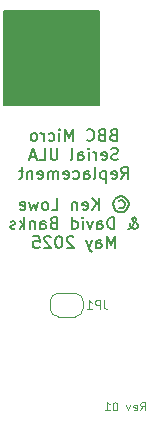
<source format=gbr>
%TF.GenerationSoftware,KiCad,Pcbnew,9.0.1*%
%TF.CreationDate,2025-05-01T11:14:46+01:00*%
%TF.ProjectId,SerialULA,53657269-616c-4554-9c41-2e6b69636164,01*%
%TF.SameCoordinates,Original*%
%TF.FileFunction,Legend,Bot*%
%TF.FilePolarity,Positive*%
%FSLAX46Y46*%
G04 Gerber Fmt 4.6, Leading zero omitted, Abs format (unit mm)*
G04 Created by KiCad (PCBNEW 9.0.1) date 2025-05-01 11:14:46*
%MOMM*%
%LPD*%
G01*
G04 APERTURE LIST*
%ADD10C,0.150000*%
%ADD11C,0.100000*%
%ADD12C,0.120000*%
G04 APERTURE END LIST*
D10*
X79698000Y-39746000D02*
X87698000Y-39746000D01*
X87698000Y-47746000D01*
X79698000Y-47746000D01*
X79698000Y-39746000D01*
G36*
X79698000Y-39746000D02*
G01*
X87698000Y-39746000D01*
X87698000Y-47746000D01*
X79698000Y-47746000D01*
X79698000Y-39746000D01*
G37*
D11*
X91193544Y-73564133D02*
X91426877Y-73230800D01*
X91593544Y-73564133D02*
X91593544Y-72864133D01*
X91593544Y-72864133D02*
X91326877Y-72864133D01*
X91326877Y-72864133D02*
X91260211Y-72897466D01*
X91260211Y-72897466D02*
X91226877Y-72930800D01*
X91226877Y-72930800D02*
X91193544Y-72997466D01*
X91193544Y-72997466D02*
X91193544Y-73097466D01*
X91193544Y-73097466D02*
X91226877Y-73164133D01*
X91226877Y-73164133D02*
X91260211Y-73197466D01*
X91260211Y-73197466D02*
X91326877Y-73230800D01*
X91326877Y-73230800D02*
X91593544Y-73230800D01*
X90626877Y-73530800D02*
X90693544Y-73564133D01*
X90693544Y-73564133D02*
X90826877Y-73564133D01*
X90826877Y-73564133D02*
X90893544Y-73530800D01*
X90893544Y-73530800D02*
X90926877Y-73464133D01*
X90926877Y-73464133D02*
X90926877Y-73197466D01*
X90926877Y-73197466D02*
X90893544Y-73130800D01*
X90893544Y-73130800D02*
X90826877Y-73097466D01*
X90826877Y-73097466D02*
X90693544Y-73097466D01*
X90693544Y-73097466D02*
X90626877Y-73130800D01*
X90626877Y-73130800D02*
X90593544Y-73197466D01*
X90593544Y-73197466D02*
X90593544Y-73264133D01*
X90593544Y-73264133D02*
X90926877Y-73330800D01*
X90360211Y-73097466D02*
X90193544Y-73564133D01*
X90193544Y-73564133D02*
X90026877Y-73097466D01*
X89093545Y-72864133D02*
X89026878Y-72864133D01*
X89026878Y-72864133D02*
X88960211Y-72897466D01*
X88960211Y-72897466D02*
X88926878Y-72930800D01*
X88926878Y-72930800D02*
X88893545Y-72997466D01*
X88893545Y-72997466D02*
X88860211Y-73130800D01*
X88860211Y-73130800D02*
X88860211Y-73297466D01*
X88860211Y-73297466D02*
X88893545Y-73430800D01*
X88893545Y-73430800D02*
X88926878Y-73497466D01*
X88926878Y-73497466D02*
X88960211Y-73530800D01*
X88960211Y-73530800D02*
X89026878Y-73564133D01*
X89026878Y-73564133D02*
X89093545Y-73564133D01*
X89093545Y-73564133D02*
X89160211Y-73530800D01*
X89160211Y-73530800D02*
X89193545Y-73497466D01*
X89193545Y-73497466D02*
X89226878Y-73430800D01*
X89226878Y-73430800D02*
X89260211Y-73297466D01*
X89260211Y-73297466D02*
X89260211Y-73130800D01*
X89260211Y-73130800D02*
X89226878Y-72997466D01*
X89226878Y-72997466D02*
X89193545Y-72930800D01*
X89193545Y-72930800D02*
X89160211Y-72897466D01*
X89160211Y-72897466D02*
X89093545Y-72864133D01*
X88193544Y-73564133D02*
X88593544Y-73564133D01*
X88393544Y-73564133D02*
X88393544Y-72864133D01*
X88393544Y-72864133D02*
X88460211Y-72964133D01*
X88460211Y-72964133D02*
X88526878Y-73030800D01*
X88526878Y-73030800D02*
X88593544Y-73064133D01*
D10*
X89364904Y-55827026D02*
X89460143Y-55779407D01*
X89460143Y-55779407D02*
X89650619Y-55779407D01*
X89650619Y-55779407D02*
X89745857Y-55827026D01*
X89745857Y-55827026D02*
X89841095Y-55922264D01*
X89841095Y-55922264D02*
X89888714Y-56017502D01*
X89888714Y-56017502D02*
X89888714Y-56207978D01*
X89888714Y-56207978D02*
X89841095Y-56303216D01*
X89841095Y-56303216D02*
X89745857Y-56398454D01*
X89745857Y-56398454D02*
X89650619Y-56446073D01*
X89650619Y-56446073D02*
X89460143Y-56446073D01*
X89460143Y-56446073D02*
X89364904Y-56398454D01*
X89555381Y-55446073D02*
X89793476Y-55493692D01*
X89793476Y-55493692D02*
X90031571Y-55636550D01*
X90031571Y-55636550D02*
X90174428Y-55874645D01*
X90174428Y-55874645D02*
X90222047Y-56112740D01*
X90222047Y-56112740D02*
X90174428Y-56350835D01*
X90174428Y-56350835D02*
X90031571Y-56588931D01*
X90031571Y-56588931D02*
X89793476Y-56731788D01*
X89793476Y-56731788D02*
X89555381Y-56779407D01*
X89555381Y-56779407D02*
X89317285Y-56731788D01*
X89317285Y-56731788D02*
X89079190Y-56588931D01*
X89079190Y-56588931D02*
X88936333Y-56350835D01*
X88936333Y-56350835D02*
X88888714Y-56112740D01*
X88888714Y-56112740D02*
X88936333Y-55874645D01*
X88936333Y-55874645D02*
X89079190Y-55636550D01*
X89079190Y-55636550D02*
X89317285Y-55493692D01*
X89317285Y-55493692D02*
X89555381Y-55446073D01*
X87698237Y-56588931D02*
X87698237Y-55588931D01*
X87126809Y-56588931D02*
X87555380Y-56017502D01*
X87126809Y-55588931D02*
X87698237Y-56160359D01*
X86317285Y-56541312D02*
X86412523Y-56588931D01*
X86412523Y-56588931D02*
X86602999Y-56588931D01*
X86602999Y-56588931D02*
X86698237Y-56541312D01*
X86698237Y-56541312D02*
X86745856Y-56446073D01*
X86745856Y-56446073D02*
X86745856Y-56065121D01*
X86745856Y-56065121D02*
X86698237Y-55969883D01*
X86698237Y-55969883D02*
X86602999Y-55922264D01*
X86602999Y-55922264D02*
X86412523Y-55922264D01*
X86412523Y-55922264D02*
X86317285Y-55969883D01*
X86317285Y-55969883D02*
X86269666Y-56065121D01*
X86269666Y-56065121D02*
X86269666Y-56160359D01*
X86269666Y-56160359D02*
X86745856Y-56255597D01*
X85841094Y-55922264D02*
X85841094Y-56588931D01*
X85841094Y-56017502D02*
X85793475Y-55969883D01*
X85793475Y-55969883D02*
X85698237Y-55922264D01*
X85698237Y-55922264D02*
X85555380Y-55922264D01*
X85555380Y-55922264D02*
X85460142Y-55969883D01*
X85460142Y-55969883D02*
X85412523Y-56065121D01*
X85412523Y-56065121D02*
X85412523Y-56588931D01*
X83698237Y-56588931D02*
X84174427Y-56588931D01*
X84174427Y-56588931D02*
X84174427Y-55588931D01*
X83222046Y-56588931D02*
X83317284Y-56541312D01*
X83317284Y-56541312D02*
X83364903Y-56493692D01*
X83364903Y-56493692D02*
X83412522Y-56398454D01*
X83412522Y-56398454D02*
X83412522Y-56112740D01*
X83412522Y-56112740D02*
X83364903Y-56017502D01*
X83364903Y-56017502D02*
X83317284Y-55969883D01*
X83317284Y-55969883D02*
X83222046Y-55922264D01*
X83222046Y-55922264D02*
X83079189Y-55922264D01*
X83079189Y-55922264D02*
X82983951Y-55969883D01*
X82983951Y-55969883D02*
X82936332Y-56017502D01*
X82936332Y-56017502D02*
X82888713Y-56112740D01*
X82888713Y-56112740D02*
X82888713Y-56398454D01*
X82888713Y-56398454D02*
X82936332Y-56493692D01*
X82936332Y-56493692D02*
X82983951Y-56541312D01*
X82983951Y-56541312D02*
X83079189Y-56588931D01*
X83079189Y-56588931D02*
X83222046Y-56588931D01*
X82555379Y-55922264D02*
X82364903Y-56588931D01*
X82364903Y-56588931D02*
X82174427Y-56112740D01*
X82174427Y-56112740D02*
X81983951Y-56588931D01*
X81983951Y-56588931D02*
X81793475Y-55922264D01*
X81031570Y-56541312D02*
X81126808Y-56588931D01*
X81126808Y-56588931D02*
X81317284Y-56588931D01*
X81317284Y-56588931D02*
X81412522Y-56541312D01*
X81412522Y-56541312D02*
X81460141Y-56446073D01*
X81460141Y-56446073D02*
X81460141Y-56065121D01*
X81460141Y-56065121D02*
X81412522Y-55969883D01*
X81412522Y-55969883D02*
X81317284Y-55922264D01*
X81317284Y-55922264D02*
X81126808Y-55922264D01*
X81126808Y-55922264D02*
X81031570Y-55969883D01*
X81031570Y-55969883D02*
X80983951Y-56065121D01*
X80983951Y-56065121D02*
X80983951Y-56160359D01*
X80983951Y-56160359D02*
X81460141Y-56255597D01*
X90174428Y-58198875D02*
X90222048Y-58198875D01*
X90222048Y-58198875D02*
X90317286Y-58151256D01*
X90317286Y-58151256D02*
X90460143Y-58008398D01*
X90460143Y-58008398D02*
X90698238Y-57722684D01*
X90698238Y-57722684D02*
X90793476Y-57579827D01*
X90793476Y-57579827D02*
X90841095Y-57436970D01*
X90841095Y-57436970D02*
X90841095Y-57341732D01*
X90841095Y-57341732D02*
X90793476Y-57246494D01*
X90793476Y-57246494D02*
X90698238Y-57198875D01*
X90698238Y-57198875D02*
X90650619Y-57198875D01*
X90650619Y-57198875D02*
X90555381Y-57246494D01*
X90555381Y-57246494D02*
X90507762Y-57341732D01*
X90507762Y-57341732D02*
X90507762Y-57389351D01*
X90507762Y-57389351D02*
X90555381Y-57484589D01*
X90555381Y-57484589D02*
X90603000Y-57532208D01*
X90603000Y-57532208D02*
X90888714Y-57722684D01*
X90888714Y-57722684D02*
X90936333Y-57770303D01*
X90936333Y-57770303D02*
X90983952Y-57865541D01*
X90983952Y-57865541D02*
X90983952Y-58008398D01*
X90983952Y-58008398D02*
X90936333Y-58103636D01*
X90936333Y-58103636D02*
X90888714Y-58151256D01*
X90888714Y-58151256D02*
X90793476Y-58198875D01*
X90793476Y-58198875D02*
X90650619Y-58198875D01*
X90650619Y-58198875D02*
X90555381Y-58151256D01*
X90555381Y-58151256D02*
X90507762Y-58103636D01*
X90507762Y-58103636D02*
X90364905Y-57913160D01*
X90364905Y-57913160D02*
X90317286Y-57770303D01*
X90317286Y-57770303D02*
X90317286Y-57675065D01*
X88983952Y-58198875D02*
X88983952Y-57198875D01*
X88983952Y-57198875D02*
X88745857Y-57198875D01*
X88745857Y-57198875D02*
X88603000Y-57246494D01*
X88603000Y-57246494D02*
X88507762Y-57341732D01*
X88507762Y-57341732D02*
X88460143Y-57436970D01*
X88460143Y-57436970D02*
X88412524Y-57627446D01*
X88412524Y-57627446D02*
X88412524Y-57770303D01*
X88412524Y-57770303D02*
X88460143Y-57960779D01*
X88460143Y-57960779D02*
X88507762Y-58056017D01*
X88507762Y-58056017D02*
X88603000Y-58151256D01*
X88603000Y-58151256D02*
X88745857Y-58198875D01*
X88745857Y-58198875D02*
X88983952Y-58198875D01*
X87555381Y-58198875D02*
X87555381Y-57675065D01*
X87555381Y-57675065D02*
X87603000Y-57579827D01*
X87603000Y-57579827D02*
X87698238Y-57532208D01*
X87698238Y-57532208D02*
X87888714Y-57532208D01*
X87888714Y-57532208D02*
X87983952Y-57579827D01*
X87555381Y-58151256D02*
X87650619Y-58198875D01*
X87650619Y-58198875D02*
X87888714Y-58198875D01*
X87888714Y-58198875D02*
X87983952Y-58151256D01*
X87983952Y-58151256D02*
X88031571Y-58056017D01*
X88031571Y-58056017D02*
X88031571Y-57960779D01*
X88031571Y-57960779D02*
X87983952Y-57865541D01*
X87983952Y-57865541D02*
X87888714Y-57817922D01*
X87888714Y-57817922D02*
X87650619Y-57817922D01*
X87650619Y-57817922D02*
X87555381Y-57770303D01*
X87174428Y-57532208D02*
X86936333Y-58198875D01*
X86936333Y-58198875D02*
X86698238Y-57532208D01*
X86317285Y-58198875D02*
X86317285Y-57532208D01*
X86317285Y-57198875D02*
X86364904Y-57246494D01*
X86364904Y-57246494D02*
X86317285Y-57294113D01*
X86317285Y-57294113D02*
X86269666Y-57246494D01*
X86269666Y-57246494D02*
X86317285Y-57198875D01*
X86317285Y-57198875D02*
X86317285Y-57294113D01*
X85412524Y-58198875D02*
X85412524Y-57198875D01*
X85412524Y-58151256D02*
X85507762Y-58198875D01*
X85507762Y-58198875D02*
X85698238Y-58198875D01*
X85698238Y-58198875D02*
X85793476Y-58151256D01*
X85793476Y-58151256D02*
X85841095Y-58103636D01*
X85841095Y-58103636D02*
X85888714Y-58008398D01*
X85888714Y-58008398D02*
X85888714Y-57722684D01*
X85888714Y-57722684D02*
X85841095Y-57627446D01*
X85841095Y-57627446D02*
X85793476Y-57579827D01*
X85793476Y-57579827D02*
X85698238Y-57532208D01*
X85698238Y-57532208D02*
X85507762Y-57532208D01*
X85507762Y-57532208D02*
X85412524Y-57579827D01*
X83841095Y-57675065D02*
X83698238Y-57722684D01*
X83698238Y-57722684D02*
X83650619Y-57770303D01*
X83650619Y-57770303D02*
X83603000Y-57865541D01*
X83603000Y-57865541D02*
X83603000Y-58008398D01*
X83603000Y-58008398D02*
X83650619Y-58103636D01*
X83650619Y-58103636D02*
X83698238Y-58151256D01*
X83698238Y-58151256D02*
X83793476Y-58198875D01*
X83793476Y-58198875D02*
X84174428Y-58198875D01*
X84174428Y-58198875D02*
X84174428Y-57198875D01*
X84174428Y-57198875D02*
X83841095Y-57198875D01*
X83841095Y-57198875D02*
X83745857Y-57246494D01*
X83745857Y-57246494D02*
X83698238Y-57294113D01*
X83698238Y-57294113D02*
X83650619Y-57389351D01*
X83650619Y-57389351D02*
X83650619Y-57484589D01*
X83650619Y-57484589D02*
X83698238Y-57579827D01*
X83698238Y-57579827D02*
X83745857Y-57627446D01*
X83745857Y-57627446D02*
X83841095Y-57675065D01*
X83841095Y-57675065D02*
X84174428Y-57675065D01*
X82745857Y-58198875D02*
X82745857Y-57675065D01*
X82745857Y-57675065D02*
X82793476Y-57579827D01*
X82793476Y-57579827D02*
X82888714Y-57532208D01*
X82888714Y-57532208D02*
X83079190Y-57532208D01*
X83079190Y-57532208D02*
X83174428Y-57579827D01*
X82745857Y-58151256D02*
X82841095Y-58198875D01*
X82841095Y-58198875D02*
X83079190Y-58198875D01*
X83079190Y-58198875D02*
X83174428Y-58151256D01*
X83174428Y-58151256D02*
X83222047Y-58056017D01*
X83222047Y-58056017D02*
X83222047Y-57960779D01*
X83222047Y-57960779D02*
X83174428Y-57865541D01*
X83174428Y-57865541D02*
X83079190Y-57817922D01*
X83079190Y-57817922D02*
X82841095Y-57817922D01*
X82841095Y-57817922D02*
X82745857Y-57770303D01*
X82269666Y-57532208D02*
X82269666Y-58198875D01*
X82269666Y-57627446D02*
X82222047Y-57579827D01*
X82222047Y-57579827D02*
X82126809Y-57532208D01*
X82126809Y-57532208D02*
X81983952Y-57532208D01*
X81983952Y-57532208D02*
X81888714Y-57579827D01*
X81888714Y-57579827D02*
X81841095Y-57675065D01*
X81841095Y-57675065D02*
X81841095Y-58198875D01*
X81364904Y-58198875D02*
X81364904Y-57198875D01*
X81269666Y-57817922D02*
X80983952Y-58198875D01*
X80983952Y-57532208D02*
X81364904Y-57913160D01*
X80602999Y-58151256D02*
X80507761Y-58198875D01*
X80507761Y-58198875D02*
X80317285Y-58198875D01*
X80317285Y-58198875D02*
X80222047Y-58151256D01*
X80222047Y-58151256D02*
X80174428Y-58056017D01*
X80174428Y-58056017D02*
X80174428Y-58008398D01*
X80174428Y-58008398D02*
X80222047Y-57913160D01*
X80222047Y-57913160D02*
X80317285Y-57865541D01*
X80317285Y-57865541D02*
X80460142Y-57865541D01*
X80460142Y-57865541D02*
X80555380Y-57817922D01*
X80555380Y-57817922D02*
X80602999Y-57722684D01*
X80602999Y-57722684D02*
X80602999Y-57675065D01*
X80602999Y-57675065D02*
X80555380Y-57579827D01*
X80555380Y-57579827D02*
X80460142Y-57532208D01*
X80460142Y-57532208D02*
X80317285Y-57532208D01*
X80317285Y-57532208D02*
X80222047Y-57579827D01*
X89055380Y-59808819D02*
X89055380Y-58808819D01*
X89055380Y-58808819D02*
X88722047Y-59523104D01*
X88722047Y-59523104D02*
X88388714Y-58808819D01*
X88388714Y-58808819D02*
X88388714Y-59808819D01*
X87483952Y-59808819D02*
X87483952Y-59285009D01*
X87483952Y-59285009D02*
X87531571Y-59189771D01*
X87531571Y-59189771D02*
X87626809Y-59142152D01*
X87626809Y-59142152D02*
X87817285Y-59142152D01*
X87817285Y-59142152D02*
X87912523Y-59189771D01*
X87483952Y-59761200D02*
X87579190Y-59808819D01*
X87579190Y-59808819D02*
X87817285Y-59808819D01*
X87817285Y-59808819D02*
X87912523Y-59761200D01*
X87912523Y-59761200D02*
X87960142Y-59665961D01*
X87960142Y-59665961D02*
X87960142Y-59570723D01*
X87960142Y-59570723D02*
X87912523Y-59475485D01*
X87912523Y-59475485D02*
X87817285Y-59427866D01*
X87817285Y-59427866D02*
X87579190Y-59427866D01*
X87579190Y-59427866D02*
X87483952Y-59380247D01*
X87102999Y-59142152D02*
X86864904Y-59808819D01*
X86626809Y-59142152D02*
X86864904Y-59808819D01*
X86864904Y-59808819D02*
X86960142Y-60046914D01*
X86960142Y-60046914D02*
X87007761Y-60094533D01*
X87007761Y-60094533D02*
X87102999Y-60142152D01*
X85531570Y-58904057D02*
X85483951Y-58856438D01*
X85483951Y-58856438D02*
X85388713Y-58808819D01*
X85388713Y-58808819D02*
X85150618Y-58808819D01*
X85150618Y-58808819D02*
X85055380Y-58856438D01*
X85055380Y-58856438D02*
X85007761Y-58904057D01*
X85007761Y-58904057D02*
X84960142Y-58999295D01*
X84960142Y-58999295D02*
X84960142Y-59094533D01*
X84960142Y-59094533D02*
X85007761Y-59237390D01*
X85007761Y-59237390D02*
X85579189Y-59808819D01*
X85579189Y-59808819D02*
X84960142Y-59808819D01*
X84341094Y-58808819D02*
X84245856Y-58808819D01*
X84245856Y-58808819D02*
X84150618Y-58856438D01*
X84150618Y-58856438D02*
X84102999Y-58904057D01*
X84102999Y-58904057D02*
X84055380Y-58999295D01*
X84055380Y-58999295D02*
X84007761Y-59189771D01*
X84007761Y-59189771D02*
X84007761Y-59427866D01*
X84007761Y-59427866D02*
X84055380Y-59618342D01*
X84055380Y-59618342D02*
X84102999Y-59713580D01*
X84102999Y-59713580D02*
X84150618Y-59761200D01*
X84150618Y-59761200D02*
X84245856Y-59808819D01*
X84245856Y-59808819D02*
X84341094Y-59808819D01*
X84341094Y-59808819D02*
X84436332Y-59761200D01*
X84436332Y-59761200D02*
X84483951Y-59713580D01*
X84483951Y-59713580D02*
X84531570Y-59618342D01*
X84531570Y-59618342D02*
X84579189Y-59427866D01*
X84579189Y-59427866D02*
X84579189Y-59189771D01*
X84579189Y-59189771D02*
X84531570Y-58999295D01*
X84531570Y-58999295D02*
X84483951Y-58904057D01*
X84483951Y-58904057D02*
X84436332Y-58856438D01*
X84436332Y-58856438D02*
X84341094Y-58808819D01*
X83626808Y-58904057D02*
X83579189Y-58856438D01*
X83579189Y-58856438D02*
X83483951Y-58808819D01*
X83483951Y-58808819D02*
X83245856Y-58808819D01*
X83245856Y-58808819D02*
X83150618Y-58856438D01*
X83150618Y-58856438D02*
X83102999Y-58904057D01*
X83102999Y-58904057D02*
X83055380Y-58999295D01*
X83055380Y-58999295D02*
X83055380Y-59094533D01*
X83055380Y-59094533D02*
X83102999Y-59237390D01*
X83102999Y-59237390D02*
X83674427Y-59808819D01*
X83674427Y-59808819D02*
X83055380Y-59808819D01*
X82150618Y-58808819D02*
X82626808Y-58808819D01*
X82626808Y-58808819D02*
X82674427Y-59285009D01*
X82674427Y-59285009D02*
X82626808Y-59237390D01*
X82626808Y-59237390D02*
X82531570Y-59189771D01*
X82531570Y-59189771D02*
X82293475Y-59189771D01*
X82293475Y-59189771D02*
X82198237Y-59237390D01*
X82198237Y-59237390D02*
X82150618Y-59285009D01*
X82150618Y-59285009D02*
X82102999Y-59380247D01*
X82102999Y-59380247D02*
X82102999Y-59618342D01*
X82102999Y-59618342D02*
X82150618Y-59713580D01*
X82150618Y-59713580D02*
X82198237Y-59761200D01*
X82198237Y-59761200D02*
X82293475Y-59808819D01*
X82293475Y-59808819D02*
X82531570Y-59808819D01*
X82531570Y-59808819D02*
X82626808Y-59761200D01*
X82626808Y-59761200D02*
X82674427Y-59713580D01*
X88912523Y-50223121D02*
X88769666Y-50270740D01*
X88769666Y-50270740D02*
X88722047Y-50318359D01*
X88722047Y-50318359D02*
X88674428Y-50413597D01*
X88674428Y-50413597D02*
X88674428Y-50556454D01*
X88674428Y-50556454D02*
X88722047Y-50651692D01*
X88722047Y-50651692D02*
X88769666Y-50699312D01*
X88769666Y-50699312D02*
X88864904Y-50746931D01*
X88864904Y-50746931D02*
X89245856Y-50746931D01*
X89245856Y-50746931D02*
X89245856Y-49746931D01*
X89245856Y-49746931D02*
X88912523Y-49746931D01*
X88912523Y-49746931D02*
X88817285Y-49794550D01*
X88817285Y-49794550D02*
X88769666Y-49842169D01*
X88769666Y-49842169D02*
X88722047Y-49937407D01*
X88722047Y-49937407D02*
X88722047Y-50032645D01*
X88722047Y-50032645D02*
X88769666Y-50127883D01*
X88769666Y-50127883D02*
X88817285Y-50175502D01*
X88817285Y-50175502D02*
X88912523Y-50223121D01*
X88912523Y-50223121D02*
X89245856Y-50223121D01*
X87912523Y-50223121D02*
X87769666Y-50270740D01*
X87769666Y-50270740D02*
X87722047Y-50318359D01*
X87722047Y-50318359D02*
X87674428Y-50413597D01*
X87674428Y-50413597D02*
X87674428Y-50556454D01*
X87674428Y-50556454D02*
X87722047Y-50651692D01*
X87722047Y-50651692D02*
X87769666Y-50699312D01*
X87769666Y-50699312D02*
X87864904Y-50746931D01*
X87864904Y-50746931D02*
X88245856Y-50746931D01*
X88245856Y-50746931D02*
X88245856Y-49746931D01*
X88245856Y-49746931D02*
X87912523Y-49746931D01*
X87912523Y-49746931D02*
X87817285Y-49794550D01*
X87817285Y-49794550D02*
X87769666Y-49842169D01*
X87769666Y-49842169D02*
X87722047Y-49937407D01*
X87722047Y-49937407D02*
X87722047Y-50032645D01*
X87722047Y-50032645D02*
X87769666Y-50127883D01*
X87769666Y-50127883D02*
X87817285Y-50175502D01*
X87817285Y-50175502D02*
X87912523Y-50223121D01*
X87912523Y-50223121D02*
X88245856Y-50223121D01*
X86674428Y-50651692D02*
X86722047Y-50699312D01*
X86722047Y-50699312D02*
X86864904Y-50746931D01*
X86864904Y-50746931D02*
X86960142Y-50746931D01*
X86960142Y-50746931D02*
X87102999Y-50699312D01*
X87102999Y-50699312D02*
X87198237Y-50604073D01*
X87198237Y-50604073D02*
X87245856Y-50508835D01*
X87245856Y-50508835D02*
X87293475Y-50318359D01*
X87293475Y-50318359D02*
X87293475Y-50175502D01*
X87293475Y-50175502D02*
X87245856Y-49985026D01*
X87245856Y-49985026D02*
X87198237Y-49889788D01*
X87198237Y-49889788D02*
X87102999Y-49794550D01*
X87102999Y-49794550D02*
X86960142Y-49746931D01*
X86960142Y-49746931D02*
X86864904Y-49746931D01*
X86864904Y-49746931D02*
X86722047Y-49794550D01*
X86722047Y-49794550D02*
X86674428Y-49842169D01*
X85483951Y-50746931D02*
X85483951Y-49746931D01*
X85483951Y-49746931D02*
X85150618Y-50461216D01*
X85150618Y-50461216D02*
X84817285Y-49746931D01*
X84817285Y-49746931D02*
X84817285Y-50746931D01*
X84341094Y-50746931D02*
X84341094Y-50080264D01*
X84341094Y-49746931D02*
X84388713Y-49794550D01*
X84388713Y-49794550D02*
X84341094Y-49842169D01*
X84341094Y-49842169D02*
X84293475Y-49794550D01*
X84293475Y-49794550D02*
X84341094Y-49746931D01*
X84341094Y-49746931D02*
X84341094Y-49842169D01*
X83436333Y-50699312D02*
X83531571Y-50746931D01*
X83531571Y-50746931D02*
X83722047Y-50746931D01*
X83722047Y-50746931D02*
X83817285Y-50699312D01*
X83817285Y-50699312D02*
X83864904Y-50651692D01*
X83864904Y-50651692D02*
X83912523Y-50556454D01*
X83912523Y-50556454D02*
X83912523Y-50270740D01*
X83912523Y-50270740D02*
X83864904Y-50175502D01*
X83864904Y-50175502D02*
X83817285Y-50127883D01*
X83817285Y-50127883D02*
X83722047Y-50080264D01*
X83722047Y-50080264D02*
X83531571Y-50080264D01*
X83531571Y-50080264D02*
X83436333Y-50127883D01*
X83007761Y-50746931D02*
X83007761Y-50080264D01*
X83007761Y-50270740D02*
X82960142Y-50175502D01*
X82960142Y-50175502D02*
X82912523Y-50127883D01*
X82912523Y-50127883D02*
X82817285Y-50080264D01*
X82817285Y-50080264D02*
X82722047Y-50080264D01*
X82245856Y-50746931D02*
X82341094Y-50699312D01*
X82341094Y-50699312D02*
X82388713Y-50651692D01*
X82388713Y-50651692D02*
X82436332Y-50556454D01*
X82436332Y-50556454D02*
X82436332Y-50270740D01*
X82436332Y-50270740D02*
X82388713Y-50175502D01*
X82388713Y-50175502D02*
X82341094Y-50127883D01*
X82341094Y-50127883D02*
X82245856Y-50080264D01*
X82245856Y-50080264D02*
X82102999Y-50080264D01*
X82102999Y-50080264D02*
X82007761Y-50127883D01*
X82007761Y-50127883D02*
X81960142Y-50175502D01*
X81960142Y-50175502D02*
X81912523Y-50270740D01*
X81912523Y-50270740D02*
X81912523Y-50556454D01*
X81912523Y-50556454D02*
X81960142Y-50651692D01*
X81960142Y-50651692D02*
X82007761Y-50699312D01*
X82007761Y-50699312D02*
X82102999Y-50746931D01*
X82102999Y-50746931D02*
X82245856Y-50746931D01*
X89317285Y-52309256D02*
X89174428Y-52356875D01*
X89174428Y-52356875D02*
X88936333Y-52356875D01*
X88936333Y-52356875D02*
X88841095Y-52309256D01*
X88841095Y-52309256D02*
X88793476Y-52261636D01*
X88793476Y-52261636D02*
X88745857Y-52166398D01*
X88745857Y-52166398D02*
X88745857Y-52071160D01*
X88745857Y-52071160D02*
X88793476Y-51975922D01*
X88793476Y-51975922D02*
X88841095Y-51928303D01*
X88841095Y-51928303D02*
X88936333Y-51880684D01*
X88936333Y-51880684D02*
X89126809Y-51833065D01*
X89126809Y-51833065D02*
X89222047Y-51785446D01*
X89222047Y-51785446D02*
X89269666Y-51737827D01*
X89269666Y-51737827D02*
X89317285Y-51642589D01*
X89317285Y-51642589D02*
X89317285Y-51547351D01*
X89317285Y-51547351D02*
X89269666Y-51452113D01*
X89269666Y-51452113D02*
X89222047Y-51404494D01*
X89222047Y-51404494D02*
X89126809Y-51356875D01*
X89126809Y-51356875D02*
X88888714Y-51356875D01*
X88888714Y-51356875D02*
X88745857Y-51404494D01*
X87936333Y-52309256D02*
X88031571Y-52356875D01*
X88031571Y-52356875D02*
X88222047Y-52356875D01*
X88222047Y-52356875D02*
X88317285Y-52309256D01*
X88317285Y-52309256D02*
X88364904Y-52214017D01*
X88364904Y-52214017D02*
X88364904Y-51833065D01*
X88364904Y-51833065D02*
X88317285Y-51737827D01*
X88317285Y-51737827D02*
X88222047Y-51690208D01*
X88222047Y-51690208D02*
X88031571Y-51690208D01*
X88031571Y-51690208D02*
X87936333Y-51737827D01*
X87936333Y-51737827D02*
X87888714Y-51833065D01*
X87888714Y-51833065D02*
X87888714Y-51928303D01*
X87888714Y-51928303D02*
X88364904Y-52023541D01*
X87460142Y-52356875D02*
X87460142Y-51690208D01*
X87460142Y-51880684D02*
X87412523Y-51785446D01*
X87412523Y-51785446D02*
X87364904Y-51737827D01*
X87364904Y-51737827D02*
X87269666Y-51690208D01*
X87269666Y-51690208D02*
X87174428Y-51690208D01*
X86841094Y-52356875D02*
X86841094Y-51690208D01*
X86841094Y-51356875D02*
X86888713Y-51404494D01*
X86888713Y-51404494D02*
X86841094Y-51452113D01*
X86841094Y-51452113D02*
X86793475Y-51404494D01*
X86793475Y-51404494D02*
X86841094Y-51356875D01*
X86841094Y-51356875D02*
X86841094Y-51452113D01*
X85936333Y-52356875D02*
X85936333Y-51833065D01*
X85936333Y-51833065D02*
X85983952Y-51737827D01*
X85983952Y-51737827D02*
X86079190Y-51690208D01*
X86079190Y-51690208D02*
X86269666Y-51690208D01*
X86269666Y-51690208D02*
X86364904Y-51737827D01*
X85936333Y-52309256D02*
X86031571Y-52356875D01*
X86031571Y-52356875D02*
X86269666Y-52356875D01*
X86269666Y-52356875D02*
X86364904Y-52309256D01*
X86364904Y-52309256D02*
X86412523Y-52214017D01*
X86412523Y-52214017D02*
X86412523Y-52118779D01*
X86412523Y-52118779D02*
X86364904Y-52023541D01*
X86364904Y-52023541D02*
X86269666Y-51975922D01*
X86269666Y-51975922D02*
X86031571Y-51975922D01*
X86031571Y-51975922D02*
X85936333Y-51928303D01*
X85317285Y-52356875D02*
X85412523Y-52309256D01*
X85412523Y-52309256D02*
X85460142Y-52214017D01*
X85460142Y-52214017D02*
X85460142Y-51356875D01*
X84174427Y-51356875D02*
X84174427Y-52166398D01*
X84174427Y-52166398D02*
X84126808Y-52261636D01*
X84126808Y-52261636D02*
X84079189Y-52309256D01*
X84079189Y-52309256D02*
X83983951Y-52356875D01*
X83983951Y-52356875D02*
X83793475Y-52356875D01*
X83793475Y-52356875D02*
X83698237Y-52309256D01*
X83698237Y-52309256D02*
X83650618Y-52261636D01*
X83650618Y-52261636D02*
X83602999Y-52166398D01*
X83602999Y-52166398D02*
X83602999Y-51356875D01*
X82650618Y-52356875D02*
X83126808Y-52356875D01*
X83126808Y-52356875D02*
X83126808Y-51356875D01*
X82364903Y-52071160D02*
X81888713Y-52071160D01*
X82460141Y-52356875D02*
X82126808Y-51356875D01*
X82126808Y-51356875D02*
X81793475Y-52356875D01*
X89579191Y-53966819D02*
X89912524Y-53490628D01*
X90150619Y-53966819D02*
X90150619Y-52966819D01*
X90150619Y-52966819D02*
X89769667Y-52966819D01*
X89769667Y-52966819D02*
X89674429Y-53014438D01*
X89674429Y-53014438D02*
X89626810Y-53062057D01*
X89626810Y-53062057D02*
X89579191Y-53157295D01*
X89579191Y-53157295D02*
X89579191Y-53300152D01*
X89579191Y-53300152D02*
X89626810Y-53395390D01*
X89626810Y-53395390D02*
X89674429Y-53443009D01*
X89674429Y-53443009D02*
X89769667Y-53490628D01*
X89769667Y-53490628D02*
X90150619Y-53490628D01*
X88769667Y-53919200D02*
X88864905Y-53966819D01*
X88864905Y-53966819D02*
X89055381Y-53966819D01*
X89055381Y-53966819D02*
X89150619Y-53919200D01*
X89150619Y-53919200D02*
X89198238Y-53823961D01*
X89198238Y-53823961D02*
X89198238Y-53443009D01*
X89198238Y-53443009D02*
X89150619Y-53347771D01*
X89150619Y-53347771D02*
X89055381Y-53300152D01*
X89055381Y-53300152D02*
X88864905Y-53300152D01*
X88864905Y-53300152D02*
X88769667Y-53347771D01*
X88769667Y-53347771D02*
X88722048Y-53443009D01*
X88722048Y-53443009D02*
X88722048Y-53538247D01*
X88722048Y-53538247D02*
X89198238Y-53633485D01*
X88293476Y-53300152D02*
X88293476Y-54300152D01*
X88293476Y-53347771D02*
X88198238Y-53300152D01*
X88198238Y-53300152D02*
X88007762Y-53300152D01*
X88007762Y-53300152D02*
X87912524Y-53347771D01*
X87912524Y-53347771D02*
X87864905Y-53395390D01*
X87864905Y-53395390D02*
X87817286Y-53490628D01*
X87817286Y-53490628D02*
X87817286Y-53776342D01*
X87817286Y-53776342D02*
X87864905Y-53871580D01*
X87864905Y-53871580D02*
X87912524Y-53919200D01*
X87912524Y-53919200D02*
X88007762Y-53966819D01*
X88007762Y-53966819D02*
X88198238Y-53966819D01*
X88198238Y-53966819D02*
X88293476Y-53919200D01*
X87245857Y-53966819D02*
X87341095Y-53919200D01*
X87341095Y-53919200D02*
X87388714Y-53823961D01*
X87388714Y-53823961D02*
X87388714Y-52966819D01*
X86436333Y-53966819D02*
X86436333Y-53443009D01*
X86436333Y-53443009D02*
X86483952Y-53347771D01*
X86483952Y-53347771D02*
X86579190Y-53300152D01*
X86579190Y-53300152D02*
X86769666Y-53300152D01*
X86769666Y-53300152D02*
X86864904Y-53347771D01*
X86436333Y-53919200D02*
X86531571Y-53966819D01*
X86531571Y-53966819D02*
X86769666Y-53966819D01*
X86769666Y-53966819D02*
X86864904Y-53919200D01*
X86864904Y-53919200D02*
X86912523Y-53823961D01*
X86912523Y-53823961D02*
X86912523Y-53728723D01*
X86912523Y-53728723D02*
X86864904Y-53633485D01*
X86864904Y-53633485D02*
X86769666Y-53585866D01*
X86769666Y-53585866D02*
X86531571Y-53585866D01*
X86531571Y-53585866D02*
X86436333Y-53538247D01*
X85531571Y-53919200D02*
X85626809Y-53966819D01*
X85626809Y-53966819D02*
X85817285Y-53966819D01*
X85817285Y-53966819D02*
X85912523Y-53919200D01*
X85912523Y-53919200D02*
X85960142Y-53871580D01*
X85960142Y-53871580D02*
X86007761Y-53776342D01*
X86007761Y-53776342D02*
X86007761Y-53490628D01*
X86007761Y-53490628D02*
X85960142Y-53395390D01*
X85960142Y-53395390D02*
X85912523Y-53347771D01*
X85912523Y-53347771D02*
X85817285Y-53300152D01*
X85817285Y-53300152D02*
X85626809Y-53300152D01*
X85626809Y-53300152D02*
X85531571Y-53347771D01*
X84722047Y-53919200D02*
X84817285Y-53966819D01*
X84817285Y-53966819D02*
X85007761Y-53966819D01*
X85007761Y-53966819D02*
X85102999Y-53919200D01*
X85102999Y-53919200D02*
X85150618Y-53823961D01*
X85150618Y-53823961D02*
X85150618Y-53443009D01*
X85150618Y-53443009D02*
X85102999Y-53347771D01*
X85102999Y-53347771D02*
X85007761Y-53300152D01*
X85007761Y-53300152D02*
X84817285Y-53300152D01*
X84817285Y-53300152D02*
X84722047Y-53347771D01*
X84722047Y-53347771D02*
X84674428Y-53443009D01*
X84674428Y-53443009D02*
X84674428Y-53538247D01*
X84674428Y-53538247D02*
X85150618Y-53633485D01*
X84245856Y-53966819D02*
X84245856Y-53300152D01*
X84245856Y-53395390D02*
X84198237Y-53347771D01*
X84198237Y-53347771D02*
X84102999Y-53300152D01*
X84102999Y-53300152D02*
X83960142Y-53300152D01*
X83960142Y-53300152D02*
X83864904Y-53347771D01*
X83864904Y-53347771D02*
X83817285Y-53443009D01*
X83817285Y-53443009D02*
X83817285Y-53966819D01*
X83817285Y-53443009D02*
X83769666Y-53347771D01*
X83769666Y-53347771D02*
X83674428Y-53300152D01*
X83674428Y-53300152D02*
X83531571Y-53300152D01*
X83531571Y-53300152D02*
X83436332Y-53347771D01*
X83436332Y-53347771D02*
X83388713Y-53443009D01*
X83388713Y-53443009D02*
X83388713Y-53966819D01*
X82531571Y-53919200D02*
X82626809Y-53966819D01*
X82626809Y-53966819D02*
X82817285Y-53966819D01*
X82817285Y-53966819D02*
X82912523Y-53919200D01*
X82912523Y-53919200D02*
X82960142Y-53823961D01*
X82960142Y-53823961D02*
X82960142Y-53443009D01*
X82960142Y-53443009D02*
X82912523Y-53347771D01*
X82912523Y-53347771D02*
X82817285Y-53300152D01*
X82817285Y-53300152D02*
X82626809Y-53300152D01*
X82626809Y-53300152D02*
X82531571Y-53347771D01*
X82531571Y-53347771D02*
X82483952Y-53443009D01*
X82483952Y-53443009D02*
X82483952Y-53538247D01*
X82483952Y-53538247D02*
X82960142Y-53633485D01*
X82055380Y-53300152D02*
X82055380Y-53966819D01*
X82055380Y-53395390D02*
X82007761Y-53347771D01*
X82007761Y-53347771D02*
X81912523Y-53300152D01*
X81912523Y-53300152D02*
X81769666Y-53300152D01*
X81769666Y-53300152D02*
X81674428Y-53347771D01*
X81674428Y-53347771D02*
X81626809Y-53443009D01*
X81626809Y-53443009D02*
X81626809Y-53966819D01*
X81293475Y-53300152D02*
X80912523Y-53300152D01*
X81150618Y-52966819D02*
X81150618Y-53823961D01*
X81150618Y-53823961D02*
X81102999Y-53919200D01*
X81102999Y-53919200D02*
X81007761Y-53966819D01*
X81007761Y-53966819D02*
X80912523Y-53966819D01*
D11*
X88091333Y-64256633D02*
X88091333Y-64756633D01*
X88091333Y-64756633D02*
X88124666Y-64856633D01*
X88124666Y-64856633D02*
X88191333Y-64923300D01*
X88191333Y-64923300D02*
X88291333Y-64956633D01*
X88291333Y-64956633D02*
X88358000Y-64956633D01*
X87758000Y-64956633D02*
X87758000Y-64256633D01*
X87758000Y-64256633D02*
X87491333Y-64256633D01*
X87491333Y-64256633D02*
X87424667Y-64289966D01*
X87424667Y-64289966D02*
X87391333Y-64323300D01*
X87391333Y-64323300D02*
X87358000Y-64389966D01*
X87358000Y-64389966D02*
X87358000Y-64489966D01*
X87358000Y-64489966D02*
X87391333Y-64556633D01*
X87391333Y-64556633D02*
X87424667Y-64589966D01*
X87424667Y-64589966D02*
X87491333Y-64623300D01*
X87491333Y-64623300D02*
X87758000Y-64623300D01*
X86691333Y-64956633D02*
X87091333Y-64956633D01*
X86891333Y-64956633D02*
X86891333Y-64256633D01*
X86891333Y-64256633D02*
X86958000Y-64356633D01*
X86958000Y-64356633D02*
X87024667Y-64423300D01*
X87024667Y-64423300D02*
X87091333Y-64456633D01*
D12*
%TO.C,JP1*%
X86368000Y-64938000D02*
X86368000Y-64338000D01*
X85668000Y-63638000D02*
X84268000Y-63638000D01*
X84268000Y-65638000D02*
X85668000Y-65638000D01*
X83568000Y-64338000D02*
X83568000Y-64938000D01*
X85668000Y-63638000D02*
G75*
G02*
X86368000Y-64338000I1J-699999D01*
G01*
X86368000Y-64938000D02*
G75*
G02*
X85668000Y-65638000I-699999J-1D01*
G01*
X83568000Y-64338000D02*
G75*
G02*
X84268000Y-63638000I700000J0D01*
G01*
X84268000Y-65638000D02*
G75*
G02*
X83568000Y-64938000I0J700000D01*
G01*
%TD*%
M02*

</source>
